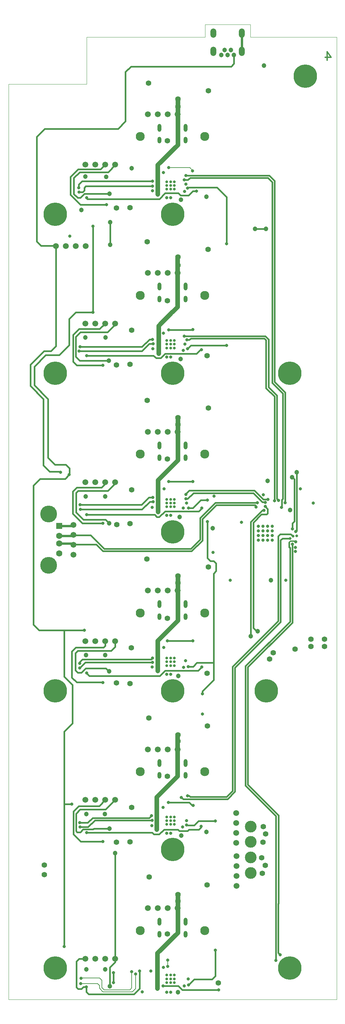
<source format=gbr>
%FSLAX33Y33*%
%MOMM*%
G04 EasyPC Gerber Version 16.0.6 Build 3249 *
%ADD106O,1.00000X1.70000*%
%ADD105O,1.00000X2.00000*%
%ADD103O,1.50000X2.40000*%
%ADD16R,1.60000X1.60000*%
%ADD73C,0.12000*%
%ADD72C,0.20000*%
%ADD11C,0.30000*%
%ADD28C,0.40000*%
%ADD27C,0.60000*%
%ADD85C,0.70000*%
%ADD25C,0.80000*%
%ADD21C,1.20000*%
%ADD26C,1.40000*%
%ADD13C,1.50000*%
%ADD17C,1.60000*%
%ADD107C,2.30000*%
%ADD19C,3.00000*%
%ADD18C,4.30000*%
%ADD24C,6.00000*%
X0Y0D02*
D02*
D11*
X89200Y151600D02*
X89550Y151950D01*
X90600*
X90750Y151800*
X90850*
X98963Y274863D02*
Y277113D01*
X99900Y275613*
X98400*
D02*
D13*
X29490Y227400D03*
X32030D03*
X33950Y148490D03*
Y151030D03*
Y153570D03*
Y156110D03*
X34570Y227400D03*
X37040Y45200D03*
Y85800D03*
Y126400D03*
Y167000D03*
Y207600D03*
Y248200D03*
X37110Y227400D03*
X39580Y45200D03*
Y85800D03*
Y126400D03*
Y167000D03*
Y207600D03*
Y248200D03*
X42120Y45200D03*
Y85800D03*
Y126400D03*
Y167000D03*
Y207600D03*
Y248200D03*
X44660Y45200D03*
Y85800D03*
Y126400D03*
Y167000D03*
Y207600D03*
Y248200D03*
X53040Y58100D03*
Y98700D03*
Y139300D03*
Y179900D03*
Y220500D03*
Y261100D03*
X55580Y58100D03*
Y98700D03*
Y139300D03*
Y179900D03*
Y220500D03*
Y261100D03*
X58120Y58100D03*
Y98700D03*
Y139300D03*
Y179900D03*
Y220500D03*
Y261100D03*
X60660Y58100D03*
Y98700D03*
Y139300D03*
Y179900D03*
Y220500D03*
Y261100D03*
X75650Y74790D03*
Y77330D03*
Y79870D03*
Y82410D03*
X75700Y63790D03*
Y66330D03*
Y68870D03*
Y71410D03*
D02*
D16*
X30350Y155820D03*
D02*
D17*
Y148820D03*
Y151320D03*
Y153320D03*
D02*
D18*
X27640Y145750D03*
Y158890D03*
D02*
D19*
X79350Y67110D03*
Y71070D03*
Y75030D03*
Y78990D03*
D02*
D21*
X36000Y236600D03*
X37050Y204000D03*
Y245150D03*
X37150Y163400D03*
X37200Y122800D03*
X37250Y42500D03*
X37250Y82200D03*
X42000D03*
X42100Y42500D03*
X42100Y122800D03*
Y163400D03*
X42200Y204000D03*
X42350Y245050D03*
X43050Y198100D03*
X43100Y118650D03*
X43150Y156500D03*
X43250Y78500D03*
Y240750D03*
X43300Y38150D03*
X43400Y227700D03*
Y233450D03*
X44650Y72200D03*
X48850Y247250D03*
X55300Y78200D02*
Y86500D01*
X60650Y91850*
Y102350*
X60700Y102400*
X55500Y37600D02*
Y46600D01*
X60700Y51800*
Y61650*
X55550Y118800D02*
Y126500D01*
X60700Y131650*
Y143100*
X55600Y240600D02*
Y248100D01*
X60700Y253200*
X55650Y159400D02*
Y167550D01*
X60700Y172600*
Y183550*
X55800Y199900D02*
Y207000D01*
X59300Y210500*
X59350*
X60650Y211800*
Y224600*
X60700*
X60700Y36650D03*
X60700Y253200D02*
Y264950D01*
X60850Y117500D03*
X61150Y158100D03*
X61400Y198500D03*
X61500Y239200D03*
X61550Y76700D03*
X68050Y77600D03*
Y240000D03*
X69650Y155250D03*
X71850Y276275D03*
X72650Y277475D03*
X73450Y276275D03*
X74250Y277475D03*
X75050Y276275D03*
X79350Y127650D03*
X80450Y231800D03*
X81150Y128900D03*
X82750Y273500D03*
X83250Y231800D03*
X83650Y167350D03*
X84550Y141950D03*
X89400Y159900D03*
X89950Y168300D03*
X91100Y169550D03*
D02*
D24*
X29350Y42800D03*
Y113700D03*
Y194900D03*
Y235500D03*
X59350Y73100D03*
Y113700D03*
Y154300D03*
Y194900D03*
Y235500D03*
X83350Y113700D03*
X89350Y42800D03*
Y194900D03*
X93350Y270800D03*
D02*
D25*
X30700Y169550D03*
X31650Y48350D03*
X32900Y168950D03*
X33050Y229900D03*
X33550Y84700D03*
X35350Y242250D03*
X35400Y241200D03*
X35450Y200550D03*
X35550Y79950D03*
Y119500D03*
Y120700D03*
X35650Y78850D03*
Y161300D03*
X35700Y201650D03*
X35750Y160100D03*
X35850Y38800D03*
X35950Y40200D03*
X36750Y129150D03*
X37250Y37950D03*
X37350Y118250D03*
Y158700D03*
Y199400D03*
Y239750D03*
X37400Y77450D03*
X39000Y210450D03*
Y232500D03*
X41550Y75150D03*
Y115800D03*
Y156500D03*
Y196900D03*
X42450Y237950D03*
X44200Y39050D03*
Y41600D03*
X48900Y41850D03*
X49900Y41300D03*
X50900Y42050D03*
X51600Y36700D03*
X53800Y42050D03*
X54000Y81800D03*
X54050Y79200D03*
X54100Y80600D03*
X54150Y119750D03*
Y160600D03*
X54200Y241550D03*
X54200Y122100D03*
Y203550D03*
X54250Y121000D03*
Y242700D03*
Y243950D03*
X54300Y163150D03*
Y201150D03*
X54350Y162050D03*
Y202400D03*
X55300Y78200D03*
X55350Y79300D03*
Y80350D03*
X55500Y37600D03*
Y38650D03*
Y39700D03*
X55550Y118800D03*
Y119800D03*
Y120800D03*
X55600Y240600D03*
Y241650D03*
Y242650D03*
X55650Y159400D03*
Y160250D03*
Y161150D03*
X55800Y199900D03*
Y200950D03*
Y202000D03*
X56900Y38200D03*
X56900Y83850D03*
X57000Y246200D03*
X57050Y43000D03*
X57050Y205100D03*
X57100Y124800D03*
X57200Y165350D03*
X57850Y36650D03*
Y77300D03*
Y117900D03*
Y158550D03*
Y199000D03*
Y239750D03*
X58050Y126450D03*
X58100Y43200D03*
Y44850D03*
X58300Y85150D03*
X58350Y167150D03*
Y247450D03*
X58400Y205950D03*
X58850Y36650D03*
Y77300D03*
Y117900D03*
Y158550D03*
Y199000D03*
Y239750D03*
X61600Y86450D03*
X61950Y78850D03*
X62050Y160450D03*
Y200750D03*
X62150Y119700D03*
X62350Y38200D03*
Y204350D03*
Y244300D03*
X62450Y241350D03*
X62500Y202300D03*
X62700Y121350D03*
X62750Y243200D03*
Y245450D03*
X62800Y162750D03*
Y163850D03*
X62900Y79350D03*
Y161700D03*
X62950Y80500D03*
X63050Y203400D03*
X63200Y86850D03*
Y201100D03*
Y242200D03*
X63350Y40050D03*
X63400Y119900D03*
X63450Y38500D03*
Y160450D03*
X64500Y246600D03*
X64550Y126450D03*
Y167150D03*
Y206050D03*
X64600Y84350D03*
X65500Y241450D03*
X66700Y79050D03*
X66750Y200900D03*
X66800Y119750D03*
Y160450D03*
X67000Y107750D03*
Y112900D03*
X68300Y156950D03*
Y162450D03*
X69750Y149100D03*
X69950Y163450D03*
X70300Y47350D03*
X70300Y80400D03*
X71150Y37200D03*
X73200Y201950D03*
Y228000D03*
X74150Y141950D03*
X77000Y156750D03*
X80750Y160700D03*
X81050Y161750D03*
X81300Y152200D03*
Y153400D03*
Y154600D03*
Y155800D03*
X82500Y152200D03*
Y153400D03*
Y154600D03*
Y155800D03*
X82600Y163800D03*
X82750Y159850D03*
X83050Y160850D03*
X83100Y161850D03*
X83700Y152200D03*
Y153400D03*
Y154600D03*
Y155800D03*
X83750Y162650D03*
X84900Y152200D03*
Y153400D03*
Y154600D03*
Y155800D03*
X85450Y162250D03*
X85800Y44800D03*
X86500Y162350D03*
X86900Y46200D03*
X87200Y160600D03*
X88150Y161800D03*
X88350Y141950D03*
X90000Y151150D03*
Y155100D03*
X90800Y149300D03*
Y150350D03*
X90850Y151800D03*
X90900Y154400D03*
X92100Y165300D03*
X95400Y161650D03*
D02*
D26*
X26500Y66650D03*
Y69150D03*
X45000Y74950D03*
Y115700D03*
Y197000D03*
Y237150D03*
X45050Y156200D03*
X48450Y75050D03*
Y115550D03*
Y197150D03*
X48500Y156450D03*
Y237250D03*
X48800Y124650D03*
X48850Y83850D03*
Y165100D03*
Y205850D03*
X52750Y147350D03*
X52850Y187900D03*
X52900Y228500D03*
X53200Y269050D03*
X53250Y106700D03*
X53400Y66100D03*
X58050Y51500D03*
Y91850D03*
Y132200D03*
Y172950D03*
Y213450D03*
Y254350D03*
X60700Y59950D03*
Y61650D03*
Y100800D03*
Y102400D03*
Y141250D03*
Y143100D03*
Y181750D03*
Y183550D03*
Y222500D03*
Y224600D03*
Y263000D03*
Y264950D03*
X68150Y64100D03*
Y118200D03*
Y199400D03*
X68300Y104700D03*
X68450Y226500D03*
X68500Y145350D03*
X68500Y185950D03*
Y267100D03*
X71050Y39000D03*
X82200Y71050D03*
X82300Y67050D03*
X82500Y75000D03*
X82600Y79000D03*
X83050Y69050D03*
X83200Y77100D03*
X84200Y121800D03*
X85100Y123450D03*
X90700Y124350D03*
X94800Y125000D03*
Y126850D03*
X98250Y125000D03*
Y126850D03*
D02*
D27*
X30350Y151320D02*
X33660D01*
X33950Y151030*
X30350Y153320D02*
X33700D01*
X33950Y153570*
X30350Y155820D02*
X33660D01*
X33950Y156110*
X77100Y281825D02*
Y277175D01*
D02*
D28*
X25650Y227500D02*
X29390D01*
X29490Y227400*
X29500Y201800D02*
Y227390D01*
X29490Y227400*
X29500Y201800D02*
X28250Y200550D01*
X26450*
X22950Y197050*
Y191650*
X26300Y188300*
Y171300*
X27900Y169700*
X30550*
X30700Y169550*
X31650Y48350D02*
X31650Y48350D01*
Y84700*
Y129150D02*
Y117300D01*
X33750Y115200*
Y105350*
X31650Y103250*
X31650Y84700*
Y129150D02*
X36750D01*
X32900Y168950D02*
X31850Y167900D01*
X25450*
X23700Y166150*
Y130650*
X25200Y129150*
X31650*
X33550Y84700D02*
X31650D01*
X35450Y200550D02*
X51550D01*
X53400Y202400*
X54350*
X35550Y79950D02*
X37650D01*
X38900Y81200*
X53400*
X54000Y81800*
X35550Y119500D02*
X37050Y121000D01*
X54250*
X35550Y120700D02*
Y121050D01*
X36250Y121750*
X53850*
X54200Y122100*
X35650Y78850D02*
X37750D01*
X39500Y80600*
X54100*
X35650Y161300D02*
X51400D01*
X53250Y163150*
X54300*
X35700Y201650D02*
X51550D01*
X53450Y203550*
X54200*
X35750Y160100D02*
X51550D01*
X53500Y162050*
X54350*
X37250Y37950D02*
X36500D01*
X36050Y37500*
X35150*
X34750Y37900*
Y44500*
X35400Y45150*
X36940*
X36990Y45200*
X37040*
X37350Y118250D02*
Y118200D01*
X38050Y117500*
X56050*
X57400Y118850*
X65900*
X66800Y119750*
X37350Y158700D02*
X54800D01*
X55350Y158150*
X55950*
X57400Y159600*
X66100*
X66800Y160300*
Y160450*
X37350Y199400D02*
X54500D01*
X55150Y198750*
X56300*
X57400Y199850*
X65450*
X66500Y200900*
X66750*
X37350Y239750D02*
Y239650D01*
X37550Y239450*
X56000*
X57450Y240900*
X60850*
X61400Y240350*
X63450*
X64550Y241450*
X65500*
X37400Y77450D02*
X54100D01*
X54550Y77000*
X55950*
X57150Y78200*
X60700*
X61050Y77850*
X63200*
X63550Y78200*
X66100*
X66700Y78800*
Y79050*
X38350Y153500D02*
X34020D01*
X33950Y153570*
X39000Y210450D02*
X34600D01*
X32900Y208750*
Y202050*
X30350Y199500*
X26850*
X23950Y196600*
Y191800*
X27450Y188300*
Y173300*
X29250Y171500*
X32050*
X32950Y170600*
Y169000*
X32900Y168950*
X39000Y232500D02*
Y210450D01*
X39850Y151100D02*
X34020D01*
X33950Y151030*
X39850Y151100D02*
X41550Y149400D01*
X64250*
X67000Y152150*
Y157600*
X70550Y161150*
X80500*
X80750Y160900*
Y160700*
X41550Y75150D02*
X35850D01*
X33950Y77050*
Y82850*
X35350Y84250*
X40570*
X42120Y85800*
X41550Y156500D02*
X36300D01*
X33850Y158950*
Y164650*
X34850Y165650*
X41170*
X42120Y166600*
Y167000*
X41550Y196900D02*
X34800D01*
X33900Y197800*
Y204700*
X35400Y206200*
X40700*
X42100Y207600*
X42120*
Y126400D02*
Y125220D01*
X41650Y124750*
X34600*
X33600Y123750*
Y117050*
X34800Y115850*
X41500*
X41550Y115800*
X42450Y237950D02*
X35800D01*
X33250Y240500*
Y245050*
X35200Y247000*
X40920*
X42120Y248200*
X43050Y198100D02*
X35600D01*
X34600Y199100*
Y204150*
X35800Y205350*
X42700*
X44660Y207310*
Y207600*
X43150Y156500D02*
X42200Y157450D01*
X36500*
X34650Y159300*
Y164350*
X35150Y164850*
X42810*
X44660Y166700*
Y167000*
X43250Y78500D02*
X39200D01*
X38950Y78250*
X36450*
X35750Y77550*
X34950*
X34650Y77850*
Y82300*
X35700Y83350*
X42210*
X44660Y85800*
X43250Y240750D02*
X36750D01*
X35750Y239750*
X35050*
X34100Y240700*
Y244800*
X35550Y246250*
X42850*
X44700Y248250*
X44660*
Y248200*
X43400Y227700D02*
Y233450D01*
X44200Y39050D02*
Y41600D01*
X44660Y45200D02*
Y72190D01*
X44650Y72200*
X44660Y45200D02*
Y44310D01*
X43300Y42950*
Y38150*
X44660Y126400D02*
Y124910D01*
X43650Y123900*
X35050*
X34450Y123300*
Y118950*
X35050Y118350*
X36000*
X37100Y119450*
X42300*
X43100Y118650*
X50900Y42050D02*
Y37550D01*
X49500Y36150*
X37850*
X37250Y36750*
Y37950*
X54250Y242700D02*
X37150D01*
X36750Y242300*
Y241600*
X36350Y241200*
X35400*
X54250Y243950D02*
X36150D01*
X35350Y243150*
Y242250*
X56900Y38200D02*
X60850D01*
X61850Y37200*
X71150*
X58050Y126450D02*
X64550D01*
X58300Y85150D02*
X63600D01*
X64400Y84350*
X64600*
X58350Y167150D02*
X64550D01*
X58400Y205950D02*
X64450D01*
X62800Y162750D02*
X63200D01*
X64700Y164250*
X80000*
X82300Y161950*
X83000*
X83100Y161850*
X63200Y86850D02*
X63650D01*
X63900Y86600*
X73150*
X74700Y88150*
Y119850*
X86400Y131550*
Y153250*
X86900Y153750*
X89650*
X90200Y153200*
X63200Y242200D02*
X63400Y242400D01*
X70750*
X73200Y239950*
Y228000*
X63400Y119900D02*
X64650D01*
X65600Y120850*
X68950*
X69850*
X63450Y38500D02*
X64900Y39950D01*
X69450*
X70300Y40800*
Y47350*
X67000Y112900D02*
Y113600D01*
X69850Y116450*
Y119950*
Y120850*
X68300Y162450D02*
X66600D01*
X64550Y160400*
X63500*
X63450Y160450*
X69850Y120850D02*
Y143650D01*
X70500Y144300*
Y146300*
X69900Y146900*
X69000*
X68300Y147600*
Y156950*
X70300Y80400D02*
X65950D01*
X64850Y79300*
X63050*
X63000Y79350*
X62900*
X73200Y201950D02*
X64050D01*
X63200Y201100*
X75050Y276275D02*
Y274000D01*
X74350Y273300*
X48700*
X47300Y271900*
Y259300*
X45400Y257400*
X26650*
X24550Y255300*
Y228600*
X25650Y227500*
X79350Y127650D02*
Y156900D01*
X82300Y159850*
X82750*
X80450Y231800D02*
X83250D01*
X81050Y161750D02*
X70300D01*
X66400Y157850*
Y152400*
X64000Y150000*
X41850*
X38350Y153500*
X81150Y128900D02*
X80900D01*
X80000Y129800*
Y156700*
X82100Y158800*
X83400*
X83700Y159100*
Y160150*
X83050Y160800*
Y160850*
X83750Y162650D02*
X82550D01*
X80300Y164900*
X63650*
X62800Y164050*
Y163850*
X85450Y162250D02*
Y188950D01*
X83300Y191100*
Y203300*
X82850Y203750*
X64000*
X63650Y203400*
X63050*
X85800Y44800D02*
Y81650D01*
X78000Y89450*
Y120000*
X89400Y131400*
Y150250*
X89200Y150450*
Y151600*
X86500Y162350D02*
X86050Y162800D01*
Y189200*
X83900Y191350*
Y203550*
X83100Y204350*
X62350*
X87200Y160600D02*
X87350D01*
Y162500*
X87600Y162750*
Y189700*
X84900Y192400*
Y243700*
X83750Y244850*
X63850*
X63300Y244300*
X62350*
X88150Y161800D02*
X88200D01*
Y189950*
X85500Y192650*
Y244050*
X84100Y245450*
X62750*
X89450Y152650D02*
X87450D01*
X87000Y152200*
Y131300*
X75300Y119600*
Y87900*
X73400Y86000*
X62100*
X61650Y86450*
X61600*
X90000Y151150D02*
Y131150D01*
X78600Y119750*
Y89700*
X86450Y81850*
Y59300*
X86400Y59250*
Y46700*
X86900Y46200*
X90000Y155100D02*
Y156500D01*
X90500Y157000*
Y167800*
X90000Y168300*
X89950*
X91100Y169550D02*
Y154600D01*
X90900Y154400*
D02*
D72*
X48900Y41850D02*
Y37700D01*
X48450Y37250*
X41850*
X41250Y37850*
Y39650*
X40650Y40250*
X35950*
Y40200*
X49900Y41300D02*
Y37600D01*
X49050Y36750*
X41550*
X40650Y37650*
Y38350*
X40200Y38800*
X35850*
X58100Y43200D02*
Y44850D01*
X58350Y247450D02*
X63750D01*
X64500Y246700*
Y246600*
X64450Y205950D02*
X64550Y206050D01*
D02*
D73*
X17350Y34800D02*
Y268800D01*
X37350*
Y280800*
X67650*
Y284050*
X79250*
Y280800*
X101350*
Y34800*
X17350*
D02*
D85*
X57900Y39100D03*
Y40050D03*
Y41000D03*
X57900Y79550D03*
Y80500D03*
Y81450D03*
Y120150D03*
Y121100D03*
Y122050D03*
Y160750D03*
Y161700D03*
Y162650D03*
Y201350D03*
Y202300D03*
Y203250D03*
Y241950D03*
Y242900D03*
Y243850D03*
X58850Y39100D03*
Y40050D03*
Y41000D03*
X58850Y79550D03*
Y80500D03*
Y81450D03*
Y120150D03*
Y121100D03*
Y122050D03*
Y160750D03*
Y161700D03*
Y162650D03*
Y201350D03*
Y202300D03*
Y203250D03*
Y241950D03*
Y242900D03*
Y243850D03*
X59800Y39100D03*
Y40050D03*
Y41000D03*
X59800Y79550D03*
Y80500D03*
Y81450D03*
Y120150D03*
Y121100D03*
Y122050D03*
Y160750D03*
Y161700D03*
Y162650D03*
Y201350D03*
Y202300D03*
Y203250D03*
Y241950D03*
Y242900D03*
Y243850D03*
X89450Y152650D03*
X90200Y153200D03*
X91150Y153300D03*
D02*
D103*
X69800Y277175D03*
Y281825D03*
X77100Y277175D03*
Y281825D03*
D02*
D105*
X56025Y54625D03*
Y95225D03*
Y135825D03*
Y176425D03*
Y217025D03*
Y257625D03*
X62675Y54625D03*
Y95225D03*
Y135825D03*
Y176425D03*
Y217025D03*
Y257625D03*
D02*
D106*
X56025Y51475D03*
Y92075D03*
Y132675D03*
Y173275D03*
Y213875D03*
Y254475D03*
X62675Y51475D03*
Y92075D03*
Y132675D03*
Y173275D03*
Y213875D03*
Y254475D03*
D02*
D107*
X51075Y52395D03*
Y92995D03*
Y133595D03*
Y174195D03*
Y214795D03*
Y255395D03*
X67625Y52395D03*
Y92995D03*
Y133595D03*
Y174195D03*
Y214795D03*
Y255395D03*
X0Y0D02*
M02*

</source>
